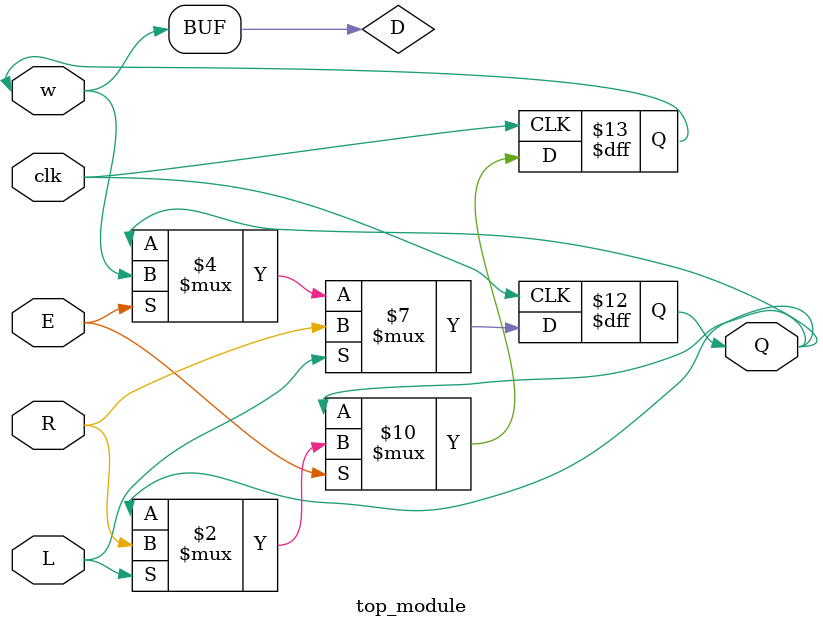
<source format=sv>
module top_module (
    input clk,
    input w,
    input R,
    input E,
    input L,
    output reg Q
);

reg D;

always @(posedge clk) begin
    if (E)
        D <= L ? R : Q;
    else
        D <= Q;
end

always @(posedge clk) begin
    if (L)
        Q <= R;
    else if (E)
        Q <= D;
end

assign D = w;

endmodule

</source>
